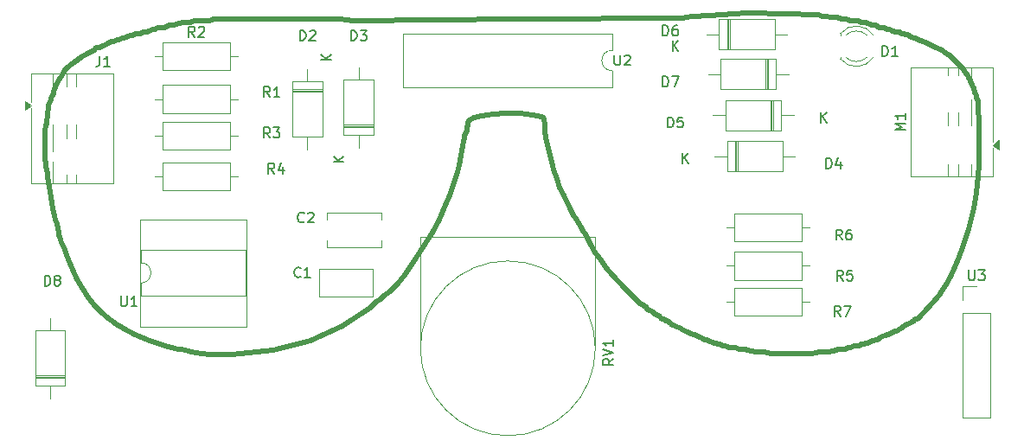
<source format=gbr>
%TF.GenerationSoftware,KiCad,Pcbnew,9.0.1*%
%TF.CreationDate,2025-06-19T22:00:47-04:00*%
%TF.ProjectId,fps555-v5.2,66707335-3535-42d7-9635-2e322e6b6963,rev?*%
%TF.SameCoordinates,Original*%
%TF.FileFunction,Legend,Top*%
%TF.FilePolarity,Positive*%
%FSLAX46Y46*%
G04 Gerber Fmt 4.6, Leading zero omitted, Abs format (unit mm)*
G04 Created by KiCad (PCBNEW 9.0.1) date 2025-06-19 22:00:47*
%MOMM*%
%LPD*%
G01*
G04 APERTURE LIST*
%ADD10C,0.500000*%
%ADD11C,0.150000*%
%ADD12C,0.120000*%
G04 APERTURE END LIST*
D10*
X129022968Y-55711672D02*
X132540823Y-55793954D01*
X132800140Y-55942805D01*
X132849675Y-55975191D01*
X133059576Y-56000378D01*
X133316978Y-56018370D01*
X133612641Y-56024365D01*
X133909026Y-56031325D01*
X134168467Y-56052793D01*
X134377890Y-56082899D01*
X134434501Y-56121041D01*
X134482599Y-56158586D01*
X134601223Y-56189289D01*
X134751394Y-56210640D01*
X134917996Y-56217716D01*
X135084598Y-56224795D01*
X135234769Y-56246144D01*
X135353398Y-56276849D01*
X135401496Y-56314392D01*
X135452712Y-56352173D01*
X135596517Y-56382759D01*
X135777879Y-56404110D01*
X135981544Y-56411067D01*
X136185328Y-56418146D01*
X136366685Y-56439492D01*
X136510496Y-56469961D01*
X136561712Y-56507740D01*
X136608014Y-56545286D01*
X136714285Y-56576110D01*
X136848742Y-56597461D01*
X136996875Y-56604538D01*
X137145007Y-56611617D01*
X137279459Y-56632844D01*
X137385735Y-56663671D01*
X137432033Y-56701213D01*
X137475814Y-56738515D01*
X137568404Y-56769461D01*
X137685357Y-56790813D01*
X137812613Y-56797889D01*
X137944316Y-56808566D01*
X138074576Y-56840469D01*
X138185049Y-56887247D01*
X138253893Y-56942904D01*
X138322738Y-56998555D01*
X138433092Y-57045335D01*
X138563471Y-57077239D01*
X138695168Y-57087913D01*
X138822310Y-57095109D01*
X138939252Y-57116341D01*
X139031972Y-57147284D01*
X139075748Y-57184589D01*
X139114736Y-57221771D01*
X139185620Y-57252959D01*
X139273302Y-57274188D01*
X139365778Y-57281384D01*
X139458373Y-57288460D01*
X139546055Y-57309689D01*
X139616944Y-57340877D01*
X139655926Y-57378059D01*
X139702338Y-57415483D01*
X139810051Y-57446307D01*
X139946433Y-57467658D01*
X140096719Y-57474735D01*
X140242812Y-57481694D01*
X140365871Y-57503162D01*
X140453673Y-57533987D01*
X140477787Y-57571410D01*
X140495291Y-57608471D01*
X140547949Y-57639658D01*
X140625198Y-57661009D01*
X140716590Y-57668086D01*
X140832095Y-57681398D01*
X140986344Y-57724938D01*
X141150316Y-57787430D01*
X141299647Y-57861434D01*
X141441653Y-57935563D01*
X141583669Y-57998052D01*
X141708045Y-58043032D01*
X141783136Y-58054907D01*
X141858217Y-58066780D01*
X141982604Y-58111641D01*
X142124620Y-58174252D01*
X142266636Y-58248256D01*
X142406722Y-58322263D01*
X142543104Y-58384874D01*
X142660529Y-58430572D01*
X142724341Y-58441607D01*
X142950309Y-58493425D01*
X143780813Y-58902435D01*
X144580718Y-59314803D01*
X144860433Y-59513910D01*
X144943794Y-59584557D01*
X145030039Y-59644408D01*
X145107879Y-59686989D01*
X145159334Y-59698626D01*
X145316820Y-59762676D01*
X146012135Y-60448759D01*
X146698703Y-61143714D01*
X146762754Y-61300962D01*
X146775465Y-61354216D01*
X146819604Y-61428822D01*
X146882213Y-61509184D01*
X146956214Y-61584151D01*
X147030226Y-61664277D01*
X147092710Y-61760109D01*
X147135781Y-61856663D01*
X147149571Y-61937507D01*
X147156647Y-62005755D01*
X147177991Y-62063567D01*
X147209305Y-62102311D01*
X147246244Y-62115987D01*
X147283193Y-62130617D01*
X147314497Y-62172718D01*
X147335851Y-62235329D01*
X147342917Y-62309335D01*
X147350118Y-62383342D01*
X147371347Y-62445953D01*
X147402662Y-62488051D01*
X147439600Y-62502687D01*
X147476538Y-62517322D01*
X147507967Y-62559539D01*
X147529197Y-62622150D01*
X147536273Y-62696157D01*
X147543464Y-62770161D01*
X147564693Y-62832656D01*
X147596122Y-62874873D01*
X147633070Y-62889508D01*
X147670133Y-62909417D01*
X147701313Y-62972988D01*
X147722667Y-63064865D01*
X147729743Y-63173895D01*
X147736820Y-63287123D01*
X147758174Y-63392193D01*
X147789115Y-63476034D01*
X147826416Y-63518015D01*
X147863594Y-63556157D01*
X147894670Y-63623806D01*
X147915899Y-63707166D01*
X147923100Y-63794488D01*
X147931847Y-63886126D01*
X147957994Y-63982441D01*
X147996375Y-64068800D01*
X148041957Y-64130091D01*
X148105644Y-64274027D01*
X148135631Y-65063021D01*
X148156507Y-66211730D01*
X148162857Y-68137916D01*
X148157950Y-70480671D01*
X148131553Y-71615943D01*
X148069910Y-72411656D01*
X147950191Y-73235555D01*
X147657776Y-74812584D01*
X147435522Y-75815920D01*
X147151013Y-76843365D01*
X146620375Y-78553653D01*
X146278539Y-79525083D01*
X145850208Y-80551682D01*
X145395865Y-81501525D01*
X144977734Y-82227906D01*
X144808979Y-82490942D01*
X144636976Y-82761298D01*
X144484771Y-83002633D01*
X144386531Y-83161194D01*
X144044684Y-83619381D01*
X143185045Y-84551351D01*
X142245760Y-85539336D01*
X142074961Y-85612139D01*
X142019304Y-85622339D01*
X141953095Y-85654245D01*
X141887612Y-85700423D01*
X141833159Y-85755234D01*
X141689099Y-85884177D01*
X141437212Y-86033980D01*
X141176941Y-86159202D01*
X141016092Y-86192307D01*
X140964762Y-86205510D01*
X140898304Y-86249162D01*
X140829221Y-86311651D01*
X140767930Y-86385658D01*
X140701835Y-86459665D01*
X140618838Y-86522279D01*
X140532478Y-86565100D01*
X140456433Y-86579134D01*
X140390587Y-86586205D01*
X140334930Y-86607434D01*
X140297629Y-86638863D01*
X140284430Y-86675807D01*
X140273515Y-86712631D01*
X140242688Y-86744060D01*
X140196639Y-86765289D01*
X140142300Y-86772485D01*
X140066006Y-86784360D01*
X139940799Y-86829340D01*
X139798181Y-86891829D01*
X139655926Y-86965836D01*
X139514751Y-87039843D01*
X139375370Y-87102451D01*
X139254350Y-87147670D01*
X139184421Y-87159301D01*
X139023817Y-87190606D01*
X138755618Y-87311512D01*
X138497858Y-87451489D01*
X138395069Y-87552125D01*
X138360522Y-87586906D01*
X138301389Y-87616047D01*
X138229183Y-87635963D01*
X138154460Y-87642682D01*
X138060423Y-87655392D01*
X137922843Y-87699537D01*
X137770757Y-87762026D01*
X137625384Y-87836033D01*
X137469091Y-87910154D01*
X137283662Y-87972648D01*
X137098943Y-88015589D01*
X136945534Y-88029498D01*
X136817080Y-88036455D01*
X136708651Y-88057928D01*
X136632481Y-88088869D01*
X136610053Y-88126176D01*
X136586064Y-88163597D01*
X136498148Y-88194424D01*
X136375084Y-88215897D01*
X136228990Y-88222849D01*
X136078699Y-88229931D01*
X135942318Y-88251279D01*
X135834734Y-88282106D01*
X135788193Y-88319527D01*
X135749210Y-88356710D01*
X135678322Y-88387889D01*
X135590650Y-88409119D01*
X135498174Y-88416200D01*
X135405568Y-88423396D01*
X135317891Y-88444625D01*
X135247003Y-88475815D01*
X135208025Y-88512998D01*
X135156810Y-88550777D01*
X135012993Y-88581241D01*
X134831642Y-88602594D01*
X134627977Y-88609666D01*
X134424183Y-88616628D01*
X134242831Y-88637976D01*
X134099015Y-88668565D01*
X134047799Y-88706349D01*
X133991069Y-88744486D01*
X133781645Y-88774592D01*
X133522209Y-88795946D01*
X133225825Y-88803017D01*
X132929559Y-88809979D01*
X132670124Y-88831447D01*
X132460695Y-88861558D01*
X132403959Y-88899695D01*
X132329475Y-88943601D01*
X131693890Y-88970703D01*
X130895178Y-88990370D01*
X129835952Y-88996368D01*
X128759086Y-88990614D01*
X127978854Y-88971305D01*
X127370609Y-88944794D01*
X127327673Y-88899695D01*
X127294813Y-88859753D01*
X127111537Y-88830254D01*
X126866487Y-88809621D01*
X126559784Y-88803017D01*
X126261251Y-88795946D01*
X126000005Y-88774592D01*
X125789025Y-88744486D01*
X125732175Y-88706349D01*
X125680959Y-88668565D01*
X125537138Y-88637976D01*
X125355787Y-88616628D01*
X125152122Y-88609666D01*
X124948332Y-88602594D01*
X124766981Y-88581241D01*
X124623165Y-88550777D01*
X124571949Y-88512998D01*
X124522170Y-88475214D01*
X124391070Y-88444625D01*
X124225314Y-88423282D01*
X124040118Y-88416200D01*
X123854922Y-88409243D01*
X123689156Y-88387889D01*
X123558055Y-88357187D01*
X123508282Y-88319527D01*
X123469299Y-88282345D01*
X123398410Y-88251279D01*
X123310739Y-88230045D01*
X123218263Y-88222849D01*
X123125657Y-88215653D01*
X123037975Y-88194424D01*
X122967097Y-88163364D01*
X122928114Y-88126176D01*
X122887088Y-88088869D01*
X122807685Y-88057928D01*
X122708496Y-88036580D01*
X122602220Y-88029498D01*
X122470523Y-88015107D01*
X122288093Y-87967009D01*
X122090664Y-87898164D01*
X121906900Y-87816718D01*
X121736942Y-87736833D01*
X121581499Y-87672544D01*
X121450995Y-87626007D01*
X121401818Y-87624570D01*
X121352641Y-87621930D01*
X121220343Y-87567715D01*
X121062856Y-87493709D01*
X120890734Y-87402192D01*
X120714898Y-87309115D01*
X120546376Y-87230548D01*
X120402441Y-87172494D01*
X120329513Y-87159301D01*
X120245317Y-87141906D01*
X119961524Y-87017166D01*
X119626759Y-86861002D01*
X119253856Y-86675807D01*
X118882267Y-86490492D01*
X118551937Y-86334328D01*
X118270670Y-86207658D01*
X118197981Y-86192307D01*
X118148804Y-86179000D01*
X118087394Y-86135457D01*
X118025024Y-86072962D01*
X117970924Y-85998961D01*
X117910479Y-85924954D01*
X117829032Y-85862346D01*
X117740157Y-85819768D01*
X117657632Y-85805491D01*
X117583864Y-85798414D01*
X117521618Y-85777180D01*
X117479637Y-85745761D01*
X117465007Y-85708812D01*
X117450128Y-85671874D01*
X117407311Y-85640569D01*
X117343738Y-85619335D01*
X117268652Y-85612139D01*
X117189494Y-85601582D01*
X117113925Y-85570641D01*
X117053356Y-85524820D01*
X117017968Y-85470850D01*
X116984625Y-85412672D01*
X116928973Y-85354857D01*
X116861203Y-85306043D01*
X116791035Y-85274614D01*
X116706113Y-85237676D01*
X116587609Y-85165827D01*
X116459746Y-85076469D01*
X116340759Y-84980989D01*
X116226821Y-84889598D01*
X116114428Y-84812349D01*
X116016194Y-84755862D01*
X115960179Y-84742062D01*
X115904527Y-84725751D01*
X115806054Y-84656782D01*
X115693423Y-84562988D01*
X115579599Y-84451799D01*
X115465525Y-84340735D01*
X115352780Y-84246931D01*
X115253829Y-84178205D01*
X115197695Y-84161775D01*
X115002066Y-84080090D01*
X113580962Y-82635235D01*
X112295877Y-81298939D01*
X111691959Y-80581072D01*
X111174996Y-79860326D01*
X110645920Y-79064255D01*
X110190249Y-78330435D01*
X109947487Y-77863848D01*
X109839894Y-77646751D01*
X109656503Y-77321101D01*
X109440839Y-76958865D01*
X109220863Y-76609112D01*
X108990568Y-76241719D01*
X108743604Y-75825513D01*
X108516666Y-75424658D01*
X108352103Y-75110406D01*
X108190539Y-74787391D01*
X107971761Y-74355834D01*
X107737026Y-73896209D01*
X107521127Y-73477243D01*
X107167052Y-72725789D01*
X106859275Y-71928037D01*
X106545142Y-70938376D01*
X106163239Y-69561297D01*
X105918070Y-68586505D01*
X105771619Y-67860244D01*
X105694374Y-67237130D01*
X105668585Y-66600948D01*
X105650593Y-66085905D01*
X105560758Y-65911625D01*
X105353493Y-65812556D01*
X104513521Y-65648470D01*
X103249307Y-65481386D01*
X101918525Y-65436167D01*
X100638239Y-65511253D01*
X99528632Y-65706762D01*
X98745277Y-65922302D01*
X98371290Y-66103182D01*
X98190173Y-66334670D01*
X98126599Y-66680231D01*
X98116529Y-66843834D01*
X98086299Y-67024112D01*
X98042164Y-67193474D01*
X97989501Y-67321933D01*
X97929653Y-67462388D01*
X97861524Y-67678410D01*
X97796996Y-67923097D01*
X97746257Y-68163223D01*
X97471942Y-69624985D01*
X97289029Y-70519892D01*
X97120269Y-71230081D01*
X96910965Y-71996767D01*
X96662082Y-72781923D01*
X96378169Y-73535172D01*
X95979355Y-74458390D01*
X95337176Y-75846265D01*
X94668003Y-77146344D01*
X93796727Y-78620339D01*
X92855284Y-80061111D01*
X91969733Y-81261036D01*
X91290369Y-82106169D01*
X90913261Y-82532326D01*
X90542396Y-82880171D01*
X89948547Y-83365818D01*
X89609466Y-83637254D01*
X89222885Y-83952948D01*
X88849620Y-84262764D01*
X88554076Y-84513687D01*
X85922253Y-86331205D01*
X82752483Y-87717404D01*
X79110010Y-88645774D01*
X75065483Y-89094006D01*
X73922055Y-89123152D01*
X72953383Y-89087884D01*
X72040367Y-88981499D01*
X71070135Y-88794628D01*
X70840561Y-88746047D01*
X70509154Y-88682479D01*
X70143565Y-88616270D01*
X69795725Y-88557018D01*
X68544227Y-88266511D01*
X67034125Y-87752070D01*
X65572122Y-87138072D01*
X64475290Y-86536431D01*
X64180839Y-86347640D01*
X63893811Y-86164722D01*
X63647397Y-86008559D01*
X63510757Y-85923393D01*
X62917069Y-85498548D01*
X62263383Y-84910469D01*
X61605621Y-84216944D01*
X60996998Y-83468976D01*
X60370924Y-82576108D01*
X59868992Y-81723062D01*
X59439615Y-80814724D01*
X59032968Y-79753453D01*
X58882665Y-79336287D01*
X58707882Y-78878457D01*
X58535894Y-78449058D01*
X58396915Y-78126889D01*
X58281708Y-77856891D01*
X58184396Y-77594212D01*
X58113401Y-77368478D01*
X58095998Y-77245175D01*
X58082480Y-77106158D01*
X58010442Y-76754485D01*
X57916285Y-76335757D01*
X57804749Y-75880687D01*
X57547983Y-74797710D01*
X57323328Y-73696617D01*
X57144323Y-72650584D01*
X57026189Y-71736849D01*
X56984377Y-71373897D01*
X56933760Y-71003148D01*
X56882100Y-70674380D01*
X56838896Y-70461237D01*
X56761052Y-69862118D01*
X56744944Y-68524857D01*
X56760668Y-67178480D01*
X56840755Y-66659842D01*
X56884859Y-66472369D01*
X56938594Y-66152473D01*
X56991453Y-65782087D01*
X57035569Y-65406896D01*
X57079421Y-65049345D01*
X57131621Y-64732572D01*
X57185500Y-64472171D01*
X57227204Y-64396489D01*
X57263775Y-64345029D01*
X57294481Y-64267308D01*
X57315436Y-64178189D01*
X57322464Y-64090631D01*
X57333463Y-64000910D01*
X57366352Y-63905555D01*
X57414677Y-63818957D01*
X57471903Y-63756104D01*
X57525386Y-63699133D01*
X57563073Y-63631001D01*
X57580033Y-63562515D01*
X57572428Y-63504583D01*
X57577574Y-63332103D01*
X57886047Y-62674085D01*
X58205843Y-62050255D01*
X58428604Y-61735640D01*
X58486345Y-61664992D01*
X58535151Y-61590508D01*
X58569634Y-61522621D01*
X58579458Y-61475841D01*
X58628516Y-61353021D01*
X58998555Y-60973753D01*
X59371559Y-60619078D01*
X59619148Y-60437844D01*
X59719505Y-60376792D01*
X59877869Y-60275317D01*
X60057042Y-60158133D01*
X60233575Y-60040107D01*
X60425871Y-59914762D01*
X60653453Y-59775390D01*
X60879632Y-59643449D01*
X61066470Y-59542096D01*
X61234068Y-59450100D01*
X61400167Y-59347788D01*
X61542901Y-59250152D01*
X61629357Y-59176504D01*
X61701587Y-59117374D01*
X61790550Y-59067237D01*
X61881888Y-59032931D01*
X61960775Y-59021780D01*
X62060964Y-59005344D01*
X62247527Y-58936616D01*
X62464807Y-58842823D01*
X62688874Y-58731753D01*
X62913051Y-58620686D01*
X63130582Y-58526887D01*
X63317467Y-58458159D01*
X63418184Y-58441607D01*
X63490654Y-58434531D01*
X63561349Y-58413179D01*
X63620087Y-58381995D01*
X63655806Y-58344932D01*
X63694788Y-58307749D01*
X63765663Y-58276684D01*
X63853331Y-58255454D01*
X63945881Y-58248256D01*
X64038417Y-58241060D01*
X64126096Y-58219831D01*
X64196971Y-58188765D01*
X64235953Y-58151583D01*
X64274948Y-58114401D01*
X64345811Y-58083332D01*
X64433491Y-58061981D01*
X64526027Y-58054907D01*
X64618564Y-58047709D01*
X64706244Y-58026480D01*
X64777131Y-57995292D01*
X64816112Y-57958232D01*
X64858094Y-57920928D01*
X64941815Y-57889862D01*
X65047005Y-57868633D01*
X65160233Y-57861434D01*
X65269143Y-57854480D01*
X65361020Y-57833129D01*
X65424591Y-57801944D01*
X65444622Y-57764761D01*
X65468730Y-57727335D01*
X65556530Y-57696511D01*
X65679593Y-57675160D01*
X65825685Y-57668086D01*
X65975975Y-57661009D01*
X66112352Y-57639658D01*
X66220062Y-57608951D01*
X66266481Y-57571410D01*
X66310620Y-57533987D01*
X66404777Y-57503162D01*
X66523641Y-57481811D01*
X66653301Y-57474735D01*
X66782841Y-57467658D01*
X66901826Y-57446307D01*
X66995983Y-57415363D01*
X67040002Y-57378059D01*
X67078985Y-57340877D01*
X67149872Y-57309689D01*
X67237551Y-57288460D01*
X67330148Y-57281384D01*
X67422625Y-57274188D01*
X67510305Y-57252959D01*
X67581192Y-57221771D01*
X67620173Y-57184589D01*
X67668751Y-57147048D01*
X67790614Y-57116341D01*
X67944744Y-57094992D01*
X68116263Y-57087913D01*
X68302177Y-57077841D01*
X68471779Y-57047732D01*
X68610075Y-57001673D01*
X68697634Y-56942904D01*
X68783875Y-56884848D01*
X68920611Y-56838669D01*
X69086495Y-56808081D01*
X69265212Y-56797889D01*
X69431335Y-56790813D01*
X69581145Y-56769461D01*
X69699289Y-56738756D01*
X69747387Y-56701213D01*
X69801244Y-56663191D01*
X69970844Y-56632844D01*
X70183507Y-56611495D01*
X70424234Y-56604538D01*
X70664964Y-56597461D01*
X70877624Y-56576110D01*
X71047345Y-56545766D01*
X71101081Y-56507740D01*
X71161055Y-56468999D01*
X71421453Y-56439256D01*
X71742424Y-56418024D01*
X72116411Y-56411067D01*
X72490277Y-56404232D01*
X72811249Y-56383003D01*
X73071648Y-56353252D01*
X73131620Y-56314392D01*
X73287069Y-56227672D01*
X79566880Y-56219275D01*
X85604881Y-56217600D01*
X86330185Y-56299878D01*
X86938064Y-56366567D01*
X103005700Y-56258499D01*
X119238624Y-56147429D01*
X119493381Y-56074022D01*
X119581779Y-56044157D01*
X120073797Y-55998098D01*
X120650727Y-55952281D01*
X121314261Y-55911021D01*
X122029487Y-55869877D01*
X122763790Y-55824897D01*
X123417850Y-55782320D01*
X123846767Y-55751013D01*
X125807857Y-55674848D01*
X129022968Y-55711672D01*
D11*
X82126053Y-76075351D02*
X82078434Y-76122971D01*
X82078434Y-76122971D02*
X81935577Y-76170590D01*
X81935577Y-76170590D02*
X81840339Y-76170590D01*
X81840339Y-76170590D02*
X81697482Y-76122971D01*
X81697482Y-76122971D02*
X81602244Y-76027732D01*
X81602244Y-76027732D02*
X81554625Y-75932494D01*
X81554625Y-75932494D02*
X81507006Y-75742018D01*
X81507006Y-75742018D02*
X81507006Y-75599161D01*
X81507006Y-75599161D02*
X81554625Y-75408685D01*
X81554625Y-75408685D02*
X81602244Y-75313447D01*
X81602244Y-75313447D02*
X81697482Y-75218209D01*
X81697482Y-75218209D02*
X81840339Y-75170590D01*
X81840339Y-75170590D02*
X81935577Y-75170590D01*
X81935577Y-75170590D02*
X82078434Y-75218209D01*
X82078434Y-75218209D02*
X82126053Y-75265828D01*
X82507006Y-75265828D02*
X82554625Y-75218209D01*
X82554625Y-75218209D02*
X82649863Y-75170590D01*
X82649863Y-75170590D02*
X82887958Y-75170590D01*
X82887958Y-75170590D02*
X82983196Y-75218209D01*
X82983196Y-75218209D02*
X83030815Y-75265828D01*
X83030815Y-75265828D02*
X83078434Y-75361066D01*
X83078434Y-75361066D02*
X83078434Y-75456304D01*
X83078434Y-75456304D02*
X83030815Y-75599161D01*
X83030815Y-75599161D02*
X82459387Y-76170590D01*
X82459387Y-76170590D02*
X83078434Y-76170590D01*
X117215805Y-57853819D02*
X117215805Y-56853819D01*
X117215805Y-56853819D02*
X117453900Y-56853819D01*
X117453900Y-56853819D02*
X117596757Y-56901438D01*
X117596757Y-56901438D02*
X117691995Y-56996676D01*
X117691995Y-56996676D02*
X117739614Y-57091914D01*
X117739614Y-57091914D02*
X117787233Y-57282390D01*
X117787233Y-57282390D02*
X117787233Y-57425247D01*
X117787233Y-57425247D02*
X117739614Y-57615723D01*
X117739614Y-57615723D02*
X117691995Y-57710961D01*
X117691995Y-57710961D02*
X117596757Y-57806200D01*
X117596757Y-57806200D02*
X117453900Y-57853819D01*
X117453900Y-57853819D02*
X117215805Y-57853819D01*
X118644376Y-56853819D02*
X118453900Y-56853819D01*
X118453900Y-56853819D02*
X118358662Y-56901438D01*
X118358662Y-56901438D02*
X118311043Y-56949057D01*
X118311043Y-56949057D02*
X118215805Y-57091914D01*
X118215805Y-57091914D02*
X118168186Y-57282390D01*
X118168186Y-57282390D02*
X118168186Y-57663342D01*
X118168186Y-57663342D02*
X118215805Y-57758580D01*
X118215805Y-57758580D02*
X118263424Y-57806200D01*
X118263424Y-57806200D02*
X118358662Y-57853819D01*
X118358662Y-57853819D02*
X118549138Y-57853819D01*
X118549138Y-57853819D02*
X118644376Y-57806200D01*
X118644376Y-57806200D02*
X118691995Y-57758580D01*
X118691995Y-57758580D02*
X118739614Y-57663342D01*
X118739614Y-57663342D02*
X118739614Y-57425247D01*
X118739614Y-57425247D02*
X118691995Y-57330009D01*
X118691995Y-57330009D02*
X118644376Y-57282390D01*
X118644376Y-57282390D02*
X118549138Y-57234771D01*
X118549138Y-57234771D02*
X118358662Y-57234771D01*
X118358662Y-57234771D02*
X118263424Y-57282390D01*
X118263424Y-57282390D02*
X118215805Y-57330009D01*
X118215805Y-57330009D02*
X118168186Y-57425247D01*
X118191995Y-59353819D02*
X118191995Y-58353819D01*
X118763423Y-59353819D02*
X118334852Y-58782390D01*
X118763423Y-58353819D02*
X118191995Y-58925247D01*
X64191995Y-83353819D02*
X64191995Y-84163342D01*
X64191995Y-84163342D02*
X64239614Y-84258580D01*
X64239614Y-84258580D02*
X64287233Y-84306200D01*
X64287233Y-84306200D02*
X64382471Y-84353819D01*
X64382471Y-84353819D02*
X64572947Y-84353819D01*
X64572947Y-84353819D02*
X64668185Y-84306200D01*
X64668185Y-84306200D02*
X64715804Y-84258580D01*
X64715804Y-84258580D02*
X64763423Y-84163342D01*
X64763423Y-84163342D02*
X64763423Y-83353819D01*
X65763423Y-84353819D02*
X65191995Y-84353819D01*
X65477709Y-84353819D02*
X65477709Y-83353819D01*
X65477709Y-83353819D02*
X65382471Y-83496676D01*
X65382471Y-83496676D02*
X65287233Y-83591914D01*
X65287233Y-83591914D02*
X65191995Y-83639533D01*
X117215805Y-62853819D02*
X117215805Y-61853819D01*
X117215805Y-61853819D02*
X117453900Y-61853819D01*
X117453900Y-61853819D02*
X117596757Y-61901438D01*
X117596757Y-61901438D02*
X117691995Y-61996676D01*
X117691995Y-61996676D02*
X117739614Y-62091914D01*
X117739614Y-62091914D02*
X117787233Y-62282390D01*
X117787233Y-62282390D02*
X117787233Y-62425247D01*
X117787233Y-62425247D02*
X117739614Y-62615723D01*
X117739614Y-62615723D02*
X117691995Y-62710961D01*
X117691995Y-62710961D02*
X117596757Y-62806200D01*
X117596757Y-62806200D02*
X117453900Y-62853819D01*
X117453900Y-62853819D02*
X117215805Y-62853819D01*
X118120567Y-61853819D02*
X118787233Y-61853819D01*
X118787233Y-61853819D02*
X118358662Y-62853819D01*
X134867233Y-81853819D02*
X134533900Y-81377628D01*
X134295805Y-81853819D02*
X134295805Y-80853819D01*
X134295805Y-80853819D02*
X134676757Y-80853819D01*
X134676757Y-80853819D02*
X134771995Y-80901438D01*
X134771995Y-80901438D02*
X134819614Y-80949057D01*
X134819614Y-80949057D02*
X134867233Y-81044295D01*
X134867233Y-81044295D02*
X134867233Y-81187152D01*
X134867233Y-81187152D02*
X134819614Y-81282390D01*
X134819614Y-81282390D02*
X134771995Y-81330009D01*
X134771995Y-81330009D02*
X134676757Y-81377628D01*
X134676757Y-81377628D02*
X134295805Y-81377628D01*
X135771995Y-80853819D02*
X135295805Y-80853819D01*
X135295805Y-80853819D02*
X135248186Y-81330009D01*
X135248186Y-81330009D02*
X135295805Y-81282390D01*
X135295805Y-81282390D02*
X135391043Y-81234771D01*
X135391043Y-81234771D02*
X135629138Y-81234771D01*
X135629138Y-81234771D02*
X135724376Y-81282390D01*
X135724376Y-81282390D02*
X135771995Y-81330009D01*
X135771995Y-81330009D02*
X135819614Y-81425247D01*
X135819614Y-81425247D02*
X135819614Y-81663342D01*
X135819614Y-81663342D02*
X135771995Y-81758580D01*
X135771995Y-81758580D02*
X135724376Y-81806200D01*
X135724376Y-81806200D02*
X135629138Y-81853819D01*
X135629138Y-81853819D02*
X135391043Y-81853819D01*
X135391043Y-81853819D02*
X135295805Y-81806200D01*
X135295805Y-81806200D02*
X135248186Y-81758580D01*
X138715805Y-59853819D02*
X138715805Y-58853819D01*
X138715805Y-58853819D02*
X138953900Y-58853819D01*
X138953900Y-58853819D02*
X139096757Y-58901438D01*
X139096757Y-58901438D02*
X139191995Y-58996676D01*
X139191995Y-58996676D02*
X139239614Y-59091914D01*
X139239614Y-59091914D02*
X139287233Y-59282390D01*
X139287233Y-59282390D02*
X139287233Y-59425247D01*
X139287233Y-59425247D02*
X139239614Y-59615723D01*
X139239614Y-59615723D02*
X139191995Y-59710961D01*
X139191995Y-59710961D02*
X139096757Y-59806200D01*
X139096757Y-59806200D02*
X138953900Y-59853819D01*
X138953900Y-59853819D02*
X138715805Y-59853819D01*
X140239614Y-59853819D02*
X139668186Y-59853819D01*
X139953900Y-59853819D02*
X139953900Y-58853819D01*
X139953900Y-58853819D02*
X139858662Y-58996676D01*
X139858662Y-58996676D02*
X139763424Y-59091914D01*
X139763424Y-59091914D02*
X139668186Y-59139533D01*
X81787233Y-81440683D02*
X81739614Y-81488303D01*
X81739614Y-81488303D02*
X81596757Y-81535922D01*
X81596757Y-81535922D02*
X81501519Y-81535922D01*
X81501519Y-81535922D02*
X81358662Y-81488303D01*
X81358662Y-81488303D02*
X81263424Y-81393064D01*
X81263424Y-81393064D02*
X81215805Y-81297826D01*
X81215805Y-81297826D02*
X81168186Y-81107350D01*
X81168186Y-81107350D02*
X81168186Y-80964493D01*
X81168186Y-80964493D02*
X81215805Y-80774017D01*
X81215805Y-80774017D02*
X81263424Y-80678779D01*
X81263424Y-80678779D02*
X81358662Y-80583541D01*
X81358662Y-80583541D02*
X81501519Y-80535922D01*
X81501519Y-80535922D02*
X81596757Y-80535922D01*
X81596757Y-80535922D02*
X81739614Y-80583541D01*
X81739614Y-80583541D02*
X81787233Y-80631160D01*
X82739614Y-81535922D02*
X82168186Y-81535922D01*
X82453900Y-81535922D02*
X82453900Y-80535922D01*
X82453900Y-80535922D02*
X82358662Y-80678779D01*
X82358662Y-80678779D02*
X82263424Y-80774017D01*
X82263424Y-80774017D02*
X82168186Y-80821636D01*
X140974386Y-67111298D02*
X139974386Y-67111298D01*
X139974386Y-67111298D02*
X140688671Y-66777965D01*
X140688671Y-66777965D02*
X139974386Y-66444632D01*
X139974386Y-66444632D02*
X140974386Y-66444632D01*
X140974386Y-65444632D02*
X140974386Y-66016060D01*
X140974386Y-65730346D02*
X139974386Y-65730346D01*
X139974386Y-65730346D02*
X140117243Y-65825584D01*
X140117243Y-65825584D02*
X140212481Y-65920822D01*
X140212481Y-65920822D02*
X140260100Y-66016060D01*
X147191995Y-80813819D02*
X147191995Y-81623342D01*
X147191995Y-81623342D02*
X147239614Y-81718580D01*
X147239614Y-81718580D02*
X147287233Y-81766200D01*
X147287233Y-81766200D02*
X147382471Y-81813819D01*
X147382471Y-81813819D02*
X147572947Y-81813819D01*
X147572947Y-81813819D02*
X147668185Y-81766200D01*
X147668185Y-81766200D02*
X147715804Y-81718580D01*
X147715804Y-81718580D02*
X147763423Y-81623342D01*
X147763423Y-81623342D02*
X147763423Y-80813819D01*
X148144376Y-80813819D02*
X148763423Y-80813819D01*
X148763423Y-80813819D02*
X148430090Y-81194771D01*
X148430090Y-81194771D02*
X148572947Y-81194771D01*
X148572947Y-81194771D02*
X148668185Y-81242390D01*
X148668185Y-81242390D02*
X148715804Y-81290009D01*
X148715804Y-81290009D02*
X148763423Y-81385247D01*
X148763423Y-81385247D02*
X148763423Y-81623342D01*
X148763423Y-81623342D02*
X148715804Y-81718580D01*
X148715804Y-81718580D02*
X148668185Y-81766200D01*
X148668185Y-81766200D02*
X148572947Y-81813819D01*
X148572947Y-81813819D02*
X148287233Y-81813819D01*
X148287233Y-81813819D02*
X148191995Y-81766200D01*
X148191995Y-81766200D02*
X148144376Y-81718580D01*
X79210522Y-71353819D02*
X78877189Y-70877628D01*
X78639094Y-71353819D02*
X78639094Y-70353819D01*
X78639094Y-70353819D02*
X79020046Y-70353819D01*
X79020046Y-70353819D02*
X79115284Y-70401438D01*
X79115284Y-70401438D02*
X79162903Y-70449057D01*
X79162903Y-70449057D02*
X79210522Y-70544295D01*
X79210522Y-70544295D02*
X79210522Y-70687152D01*
X79210522Y-70687152D02*
X79162903Y-70782390D01*
X79162903Y-70782390D02*
X79115284Y-70830009D01*
X79115284Y-70830009D02*
X79020046Y-70877628D01*
X79020046Y-70877628D02*
X78639094Y-70877628D01*
X80067665Y-70687152D02*
X80067665Y-71353819D01*
X79829570Y-70306200D02*
X79591475Y-71020485D01*
X79591475Y-71020485D02*
X80210522Y-71020485D01*
X71410441Y-57983819D02*
X71077108Y-57507628D01*
X70839013Y-57983819D02*
X70839013Y-56983819D01*
X70839013Y-56983819D02*
X71219965Y-56983819D01*
X71219965Y-56983819D02*
X71315203Y-57031438D01*
X71315203Y-57031438D02*
X71362822Y-57079057D01*
X71362822Y-57079057D02*
X71410441Y-57174295D01*
X71410441Y-57174295D02*
X71410441Y-57317152D01*
X71410441Y-57317152D02*
X71362822Y-57412390D01*
X71362822Y-57412390D02*
X71315203Y-57460009D01*
X71315203Y-57460009D02*
X71219965Y-57507628D01*
X71219965Y-57507628D02*
X70839013Y-57507628D01*
X71791394Y-57079057D02*
X71839013Y-57031438D01*
X71839013Y-57031438D02*
X71934251Y-56983819D01*
X71934251Y-56983819D02*
X72172346Y-56983819D01*
X72172346Y-56983819D02*
X72267584Y-57031438D01*
X72267584Y-57031438D02*
X72315203Y-57079057D01*
X72315203Y-57079057D02*
X72362822Y-57174295D01*
X72362822Y-57174295D02*
X72362822Y-57269533D01*
X72362822Y-57269533D02*
X72315203Y-57412390D01*
X72315203Y-57412390D02*
X71743775Y-57983819D01*
X71743775Y-57983819D02*
X72362822Y-57983819D01*
X81715805Y-58353819D02*
X81715805Y-57353819D01*
X81715805Y-57353819D02*
X81953900Y-57353819D01*
X81953900Y-57353819D02*
X82096757Y-57401438D01*
X82096757Y-57401438D02*
X82191995Y-57496676D01*
X82191995Y-57496676D02*
X82239614Y-57591914D01*
X82239614Y-57591914D02*
X82287233Y-57782390D01*
X82287233Y-57782390D02*
X82287233Y-57925247D01*
X82287233Y-57925247D02*
X82239614Y-58115723D01*
X82239614Y-58115723D02*
X82191995Y-58210961D01*
X82191995Y-58210961D02*
X82096757Y-58306200D01*
X82096757Y-58306200D02*
X81953900Y-58353819D01*
X81953900Y-58353819D02*
X81715805Y-58353819D01*
X82668186Y-57449057D02*
X82715805Y-57401438D01*
X82715805Y-57401438D02*
X82811043Y-57353819D01*
X82811043Y-57353819D02*
X83049138Y-57353819D01*
X83049138Y-57353819D02*
X83144376Y-57401438D01*
X83144376Y-57401438D02*
X83191995Y-57449057D01*
X83191995Y-57449057D02*
X83239614Y-57544295D01*
X83239614Y-57544295D02*
X83239614Y-57639533D01*
X83239614Y-57639533D02*
X83191995Y-57782390D01*
X83191995Y-57782390D02*
X82620567Y-58353819D01*
X82620567Y-58353819D02*
X83239614Y-58353819D01*
X84808719Y-60240904D02*
X83808719Y-60240904D01*
X84808719Y-59669476D02*
X84237290Y-60098047D01*
X83808719Y-59669476D02*
X84380147Y-60240904D01*
X112509674Y-59750479D02*
X112509674Y-60560002D01*
X112509674Y-60560002D02*
X112557293Y-60655240D01*
X112557293Y-60655240D02*
X112604912Y-60702860D01*
X112604912Y-60702860D02*
X112700150Y-60750479D01*
X112700150Y-60750479D02*
X112890626Y-60750479D01*
X112890626Y-60750479D02*
X112985864Y-60702860D01*
X112985864Y-60702860D02*
X113033483Y-60655240D01*
X113033483Y-60655240D02*
X113081102Y-60560002D01*
X113081102Y-60560002D02*
X113081102Y-59750479D01*
X113509674Y-59845717D02*
X113557293Y-59798098D01*
X113557293Y-59798098D02*
X113652531Y-59750479D01*
X113652531Y-59750479D02*
X113890626Y-59750479D01*
X113890626Y-59750479D02*
X113985864Y-59798098D01*
X113985864Y-59798098D02*
X114033483Y-59845717D01*
X114033483Y-59845717D02*
X114081102Y-59940955D01*
X114081102Y-59940955D02*
X114081102Y-60036193D01*
X114081102Y-60036193D02*
X114033483Y-60179050D01*
X114033483Y-60179050D02*
X113462055Y-60750479D01*
X113462055Y-60750479D02*
X114081102Y-60750479D01*
X56715805Y-82353819D02*
X56715805Y-81353819D01*
X56715805Y-81353819D02*
X56953900Y-81353819D01*
X56953900Y-81353819D02*
X57096757Y-81401438D01*
X57096757Y-81401438D02*
X57191995Y-81496676D01*
X57191995Y-81496676D02*
X57239614Y-81591914D01*
X57239614Y-81591914D02*
X57287233Y-81782390D01*
X57287233Y-81782390D02*
X57287233Y-81925247D01*
X57287233Y-81925247D02*
X57239614Y-82115723D01*
X57239614Y-82115723D02*
X57191995Y-82210961D01*
X57191995Y-82210961D02*
X57096757Y-82306200D01*
X57096757Y-82306200D02*
X56953900Y-82353819D01*
X56953900Y-82353819D02*
X56715805Y-82353819D01*
X57858662Y-81782390D02*
X57763424Y-81734771D01*
X57763424Y-81734771D02*
X57715805Y-81687152D01*
X57715805Y-81687152D02*
X57668186Y-81591914D01*
X57668186Y-81591914D02*
X57668186Y-81544295D01*
X57668186Y-81544295D02*
X57715805Y-81449057D01*
X57715805Y-81449057D02*
X57763424Y-81401438D01*
X57763424Y-81401438D02*
X57858662Y-81353819D01*
X57858662Y-81353819D02*
X58049138Y-81353819D01*
X58049138Y-81353819D02*
X58144376Y-81401438D01*
X58144376Y-81401438D02*
X58191995Y-81449057D01*
X58191995Y-81449057D02*
X58239614Y-81544295D01*
X58239614Y-81544295D02*
X58239614Y-81591914D01*
X58239614Y-81591914D02*
X58191995Y-81687152D01*
X58191995Y-81687152D02*
X58144376Y-81734771D01*
X58144376Y-81734771D02*
X58049138Y-81782390D01*
X58049138Y-81782390D02*
X57858662Y-81782390D01*
X57858662Y-81782390D02*
X57763424Y-81830009D01*
X57763424Y-81830009D02*
X57715805Y-81877628D01*
X57715805Y-81877628D02*
X57668186Y-81972866D01*
X57668186Y-81972866D02*
X57668186Y-82163342D01*
X57668186Y-82163342D02*
X57715805Y-82258580D01*
X57715805Y-82258580D02*
X57763424Y-82306200D01*
X57763424Y-82306200D02*
X57858662Y-82353819D01*
X57858662Y-82353819D02*
X58049138Y-82353819D01*
X58049138Y-82353819D02*
X58144376Y-82306200D01*
X58144376Y-82306200D02*
X58191995Y-82258580D01*
X58191995Y-82258580D02*
X58239614Y-82163342D01*
X58239614Y-82163342D02*
X58239614Y-81972866D01*
X58239614Y-81972866D02*
X58191995Y-81877628D01*
X58191995Y-81877628D02*
X58144376Y-81830009D01*
X58144376Y-81830009D02*
X58049138Y-81782390D01*
X133215805Y-70853819D02*
X133215805Y-69853819D01*
X133215805Y-69853819D02*
X133453900Y-69853819D01*
X133453900Y-69853819D02*
X133596757Y-69901438D01*
X133596757Y-69901438D02*
X133691995Y-69996676D01*
X133691995Y-69996676D02*
X133739614Y-70091914D01*
X133739614Y-70091914D02*
X133787233Y-70282390D01*
X133787233Y-70282390D02*
X133787233Y-70425247D01*
X133787233Y-70425247D02*
X133739614Y-70615723D01*
X133739614Y-70615723D02*
X133691995Y-70710961D01*
X133691995Y-70710961D02*
X133596757Y-70806200D01*
X133596757Y-70806200D02*
X133453900Y-70853819D01*
X133453900Y-70853819D02*
X133215805Y-70853819D01*
X134644376Y-70187152D02*
X134644376Y-70853819D01*
X134406281Y-69806200D02*
X134168186Y-70520485D01*
X134168186Y-70520485D02*
X134787233Y-70520485D01*
X119191995Y-70353819D02*
X119191995Y-69353819D01*
X119763423Y-70353819D02*
X119334852Y-69782390D01*
X119763423Y-69353819D02*
X119191995Y-69925247D01*
X134787233Y-77853819D02*
X134453900Y-77377628D01*
X134215805Y-77853819D02*
X134215805Y-76853819D01*
X134215805Y-76853819D02*
X134596757Y-76853819D01*
X134596757Y-76853819D02*
X134691995Y-76901438D01*
X134691995Y-76901438D02*
X134739614Y-76949057D01*
X134739614Y-76949057D02*
X134787233Y-77044295D01*
X134787233Y-77044295D02*
X134787233Y-77187152D01*
X134787233Y-77187152D02*
X134739614Y-77282390D01*
X134739614Y-77282390D02*
X134691995Y-77330009D01*
X134691995Y-77330009D02*
X134596757Y-77377628D01*
X134596757Y-77377628D02*
X134215805Y-77377628D01*
X135644376Y-76853819D02*
X135453900Y-76853819D01*
X135453900Y-76853819D02*
X135358662Y-76901438D01*
X135358662Y-76901438D02*
X135311043Y-76949057D01*
X135311043Y-76949057D02*
X135215805Y-77091914D01*
X135215805Y-77091914D02*
X135168186Y-77282390D01*
X135168186Y-77282390D02*
X135168186Y-77663342D01*
X135168186Y-77663342D02*
X135215805Y-77758580D01*
X135215805Y-77758580D02*
X135263424Y-77806200D01*
X135263424Y-77806200D02*
X135358662Y-77853819D01*
X135358662Y-77853819D02*
X135549138Y-77853819D01*
X135549138Y-77853819D02*
X135644376Y-77806200D01*
X135644376Y-77806200D02*
X135691995Y-77758580D01*
X135691995Y-77758580D02*
X135739614Y-77663342D01*
X135739614Y-77663342D02*
X135739614Y-77425247D01*
X135739614Y-77425247D02*
X135691995Y-77330009D01*
X135691995Y-77330009D02*
X135644376Y-77282390D01*
X135644376Y-77282390D02*
X135549138Y-77234771D01*
X135549138Y-77234771D02*
X135358662Y-77234771D01*
X135358662Y-77234771D02*
X135263424Y-77282390D01*
X135263424Y-77282390D02*
X135215805Y-77330009D01*
X135215805Y-77330009D02*
X135168186Y-77425247D01*
X78787233Y-63853819D02*
X78453900Y-63377628D01*
X78215805Y-63853819D02*
X78215805Y-62853819D01*
X78215805Y-62853819D02*
X78596757Y-62853819D01*
X78596757Y-62853819D02*
X78691995Y-62901438D01*
X78691995Y-62901438D02*
X78739614Y-62949057D01*
X78739614Y-62949057D02*
X78787233Y-63044295D01*
X78787233Y-63044295D02*
X78787233Y-63187152D01*
X78787233Y-63187152D02*
X78739614Y-63282390D01*
X78739614Y-63282390D02*
X78691995Y-63330009D01*
X78691995Y-63330009D02*
X78596757Y-63377628D01*
X78596757Y-63377628D02*
X78215805Y-63377628D01*
X79739614Y-63853819D02*
X79168186Y-63853819D01*
X79453900Y-63853819D02*
X79453900Y-62853819D01*
X79453900Y-62853819D02*
X79358662Y-62996676D01*
X79358662Y-62996676D02*
X79263424Y-63091914D01*
X79263424Y-63091914D02*
X79168186Y-63139533D01*
X134627215Y-85321057D02*
X134293882Y-84844866D01*
X134055787Y-85321057D02*
X134055787Y-84321057D01*
X134055787Y-84321057D02*
X134436739Y-84321057D01*
X134436739Y-84321057D02*
X134531977Y-84368676D01*
X134531977Y-84368676D02*
X134579596Y-84416295D01*
X134579596Y-84416295D02*
X134627215Y-84511533D01*
X134627215Y-84511533D02*
X134627215Y-84654390D01*
X134627215Y-84654390D02*
X134579596Y-84749628D01*
X134579596Y-84749628D02*
X134531977Y-84797247D01*
X134531977Y-84797247D02*
X134436739Y-84844866D01*
X134436739Y-84844866D02*
X134055787Y-84844866D01*
X134960549Y-84321057D02*
X135627215Y-84321057D01*
X135627215Y-84321057D02*
X135198644Y-85321057D01*
X117715805Y-66853819D02*
X117715805Y-65853819D01*
X117715805Y-65853819D02*
X117953900Y-65853819D01*
X117953900Y-65853819D02*
X118096757Y-65901438D01*
X118096757Y-65901438D02*
X118191995Y-65996676D01*
X118191995Y-65996676D02*
X118239614Y-66091914D01*
X118239614Y-66091914D02*
X118287233Y-66282390D01*
X118287233Y-66282390D02*
X118287233Y-66425247D01*
X118287233Y-66425247D02*
X118239614Y-66615723D01*
X118239614Y-66615723D02*
X118191995Y-66710961D01*
X118191995Y-66710961D02*
X118096757Y-66806200D01*
X118096757Y-66806200D02*
X117953900Y-66853819D01*
X117953900Y-66853819D02*
X117715805Y-66853819D01*
X119191995Y-65853819D02*
X118715805Y-65853819D01*
X118715805Y-65853819D02*
X118668186Y-66330009D01*
X118668186Y-66330009D02*
X118715805Y-66282390D01*
X118715805Y-66282390D02*
X118811043Y-66234771D01*
X118811043Y-66234771D02*
X119049138Y-66234771D01*
X119049138Y-66234771D02*
X119144376Y-66282390D01*
X119144376Y-66282390D02*
X119191995Y-66330009D01*
X119191995Y-66330009D02*
X119239614Y-66425247D01*
X119239614Y-66425247D02*
X119239614Y-66663342D01*
X119239614Y-66663342D02*
X119191995Y-66758580D01*
X119191995Y-66758580D02*
X119144376Y-66806200D01*
X119144376Y-66806200D02*
X119049138Y-66853819D01*
X119049138Y-66853819D02*
X118811043Y-66853819D01*
X118811043Y-66853819D02*
X118715805Y-66806200D01*
X118715805Y-66806200D02*
X118668186Y-66758580D01*
X132691995Y-66353819D02*
X132691995Y-65353819D01*
X133263423Y-66353819D02*
X132834852Y-65782390D01*
X133263423Y-65353819D02*
X132691995Y-65925247D01*
X62120566Y-59853819D02*
X62120566Y-60568104D01*
X62120566Y-60568104D02*
X62072947Y-60710961D01*
X62072947Y-60710961D02*
X61977709Y-60806200D01*
X61977709Y-60806200D02*
X61834852Y-60853819D01*
X61834852Y-60853819D02*
X61739614Y-60853819D01*
X63120566Y-60853819D02*
X62549138Y-60853819D01*
X62834852Y-60853819D02*
X62834852Y-59853819D01*
X62834852Y-59853819D02*
X62739614Y-59996676D01*
X62739614Y-59996676D02*
X62644376Y-60091914D01*
X62644376Y-60091914D02*
X62549138Y-60139533D01*
X78787233Y-67853819D02*
X78453900Y-67377628D01*
X78215805Y-67853819D02*
X78215805Y-66853819D01*
X78215805Y-66853819D02*
X78596757Y-66853819D01*
X78596757Y-66853819D02*
X78691995Y-66901438D01*
X78691995Y-66901438D02*
X78739614Y-66949057D01*
X78739614Y-66949057D02*
X78787233Y-67044295D01*
X78787233Y-67044295D02*
X78787233Y-67187152D01*
X78787233Y-67187152D02*
X78739614Y-67282390D01*
X78739614Y-67282390D02*
X78691995Y-67330009D01*
X78691995Y-67330009D02*
X78596757Y-67377628D01*
X78596757Y-67377628D02*
X78215805Y-67377628D01*
X79120567Y-66853819D02*
X79739614Y-66853819D01*
X79739614Y-66853819D02*
X79406281Y-67234771D01*
X79406281Y-67234771D02*
X79549138Y-67234771D01*
X79549138Y-67234771D02*
X79644376Y-67282390D01*
X79644376Y-67282390D02*
X79691995Y-67330009D01*
X79691995Y-67330009D02*
X79739614Y-67425247D01*
X79739614Y-67425247D02*
X79739614Y-67663342D01*
X79739614Y-67663342D02*
X79691995Y-67758580D01*
X79691995Y-67758580D02*
X79644376Y-67806200D01*
X79644376Y-67806200D02*
X79549138Y-67853819D01*
X79549138Y-67853819D02*
X79263424Y-67853819D01*
X79263424Y-67853819D02*
X79168186Y-67806200D01*
X79168186Y-67806200D02*
X79120567Y-67758580D01*
X112408719Y-89494238D02*
X111932528Y-89827571D01*
X112408719Y-90065666D02*
X111408719Y-90065666D01*
X111408719Y-90065666D02*
X111408719Y-89684714D01*
X111408719Y-89684714D02*
X111456338Y-89589476D01*
X111456338Y-89589476D02*
X111503957Y-89541857D01*
X111503957Y-89541857D02*
X111599195Y-89494238D01*
X111599195Y-89494238D02*
X111742052Y-89494238D01*
X111742052Y-89494238D02*
X111837290Y-89541857D01*
X111837290Y-89541857D02*
X111884909Y-89589476D01*
X111884909Y-89589476D02*
X111932528Y-89684714D01*
X111932528Y-89684714D02*
X111932528Y-90065666D01*
X111408719Y-89208523D02*
X112408719Y-88875190D01*
X112408719Y-88875190D02*
X111408719Y-88541857D01*
X112408719Y-87684714D02*
X112408719Y-88256142D01*
X112408719Y-87970428D02*
X111408719Y-87970428D01*
X111408719Y-87970428D02*
X111551576Y-88065666D01*
X111551576Y-88065666D02*
X111646814Y-88160904D01*
X111646814Y-88160904D02*
X111694433Y-88256142D01*
X86715805Y-58353819D02*
X86715805Y-57353819D01*
X86715805Y-57353819D02*
X86953900Y-57353819D01*
X86953900Y-57353819D02*
X87096757Y-57401438D01*
X87096757Y-57401438D02*
X87191995Y-57496676D01*
X87191995Y-57496676D02*
X87239614Y-57591914D01*
X87239614Y-57591914D02*
X87287233Y-57782390D01*
X87287233Y-57782390D02*
X87287233Y-57925247D01*
X87287233Y-57925247D02*
X87239614Y-58115723D01*
X87239614Y-58115723D02*
X87191995Y-58210961D01*
X87191995Y-58210961D02*
X87096757Y-58306200D01*
X87096757Y-58306200D02*
X86953900Y-58353819D01*
X86953900Y-58353819D02*
X86715805Y-58353819D01*
X87620567Y-57353819D02*
X88239614Y-57353819D01*
X88239614Y-57353819D02*
X87906281Y-57734771D01*
X87906281Y-57734771D02*
X88049138Y-57734771D01*
X88049138Y-57734771D02*
X88144376Y-57782390D01*
X88144376Y-57782390D02*
X88191995Y-57830009D01*
X88191995Y-57830009D02*
X88239614Y-57925247D01*
X88239614Y-57925247D02*
X88239614Y-58163342D01*
X88239614Y-58163342D02*
X88191995Y-58258580D01*
X88191995Y-58258580D02*
X88144376Y-58306200D01*
X88144376Y-58306200D02*
X88049138Y-58353819D01*
X88049138Y-58353819D02*
X87763424Y-58353819D01*
X87763424Y-58353819D02*
X87668186Y-58306200D01*
X87668186Y-58306200D02*
X87620567Y-58258580D01*
X86008719Y-70240904D02*
X85008719Y-70240904D01*
X86008719Y-69669476D02*
X85437290Y-70098047D01*
X85008719Y-69669476D02*
X85580147Y-70240904D01*
D12*
%TO.C,C2*%
X84333900Y-75873000D02*
X84333900Y-75179000D01*
X84333900Y-78619000D02*
X84333900Y-77925000D01*
X89673900Y-75179000D02*
X84333900Y-75179000D01*
X89673900Y-75873000D02*
X89673900Y-75179000D01*
X89673900Y-78619000D02*
X84333900Y-78619000D01*
X89673900Y-78619000D02*
X89673900Y-77925000D01*
%TO.C,D6*%
X121534639Y-57737081D02*
X122754639Y-57737081D01*
X122754639Y-56267081D02*
X122754639Y-59207081D01*
X122754639Y-59207081D02*
X128194639Y-59207081D01*
X123534639Y-56267081D02*
X123534639Y-59207081D01*
X123654639Y-56267081D02*
X123654639Y-59207081D01*
X123774639Y-56267081D02*
X123774639Y-59207081D01*
X128194639Y-56267081D02*
X122754639Y-56267081D01*
X128194639Y-59207081D02*
X128194639Y-56267081D01*
X129414639Y-57737081D02*
X128194639Y-57737081D01*
%TO.C,U1*%
X66123900Y-78839000D02*
X66123900Y-80089000D01*
X66123900Y-82089000D02*
X66123900Y-83339000D01*
X66123900Y-83339000D02*
X76403900Y-83339000D01*
X76403900Y-78839000D02*
X66123900Y-78839000D01*
X76403900Y-83339000D02*
X76403900Y-78839000D01*
X66063900Y-86339000D02*
X76463900Y-86339000D01*
X76463900Y-75839000D01*
X66063900Y-75839000D01*
X66063900Y-86339000D01*
X66123900Y-80089000D02*
G75*
G02*
X66123900Y-82089000I0J-1000000D01*
G01*
%TO.C,D7*%
X121681552Y-61617072D02*
X122901552Y-61617072D01*
X122901552Y-60147072D02*
X122901552Y-63087072D01*
X122901552Y-63087072D02*
X128341552Y-63087072D01*
X127321552Y-63087072D02*
X127321552Y-60147072D01*
X127441552Y-63087072D02*
X127441552Y-60147072D01*
X127561552Y-63087072D02*
X127561552Y-60147072D01*
X128341552Y-60147072D02*
X122901552Y-60147072D01*
X128341552Y-63087072D02*
X128341552Y-60147072D01*
X129561552Y-61617072D02*
X128341552Y-61617072D01*
%TO.C,R5*%
X123493900Y-80399000D02*
X124263900Y-80399000D01*
X124263900Y-79029000D02*
X124263900Y-81769000D01*
X124263900Y-81769000D02*
X130803900Y-81769000D01*
X130803900Y-79029000D02*
X124263900Y-79029000D01*
X130803900Y-81769000D02*
X130803900Y-79029000D01*
X131573900Y-80399000D02*
X130803900Y-80399000D01*
%TO.C,D1*%
X134623900Y-57663000D02*
X134623900Y-57819000D01*
X134623900Y-59979000D02*
X134623900Y-60135000D01*
X134623900Y-57663484D02*
G75*
G02*
X137855297Y-57818939I1560000J-1235516D01*
G01*
X135142939Y-57819000D02*
G75*
G02*
X137224810Y-57818951I1040961J-1080000D01*
G01*
X137224810Y-59979049D02*
G75*
G02*
X135142939Y-59979000I-1040910J1080049D01*
G01*
X137855297Y-59979061D02*
G75*
G02*
X134623900Y-60134516I-1671397J1080061D01*
G01*
%TO.C,C1*%
X83583900Y-80662326D02*
X83583900Y-83402326D01*
X83583900Y-80662326D02*
X88823900Y-80662326D01*
X83583900Y-83402326D02*
X88823900Y-83402326D01*
X88823900Y-80662326D02*
X88823900Y-83402326D01*
%TO.C,M1*%
X141519567Y-60931775D02*
X149559567Y-60931775D01*
X141519567Y-71671775D02*
X141519567Y-60931775D01*
X141519567Y-71671775D02*
X149559567Y-71671775D01*
X145139567Y-61739775D02*
X145139567Y-60931775D01*
X145139567Y-66671775D02*
X145139567Y-65363775D01*
X145139567Y-71671775D02*
X145139567Y-70431775D01*
X146139567Y-61739775D02*
X146139567Y-60931775D01*
X146139567Y-66671775D02*
X146139567Y-65363775D01*
X146139567Y-71671775D02*
X146139567Y-70431775D01*
X147439567Y-63008775D02*
X147439567Y-60931775D01*
X147439567Y-66671775D02*
X147439567Y-64094775D01*
X147439567Y-71671775D02*
X147439567Y-70431775D01*
X149559567Y-68251775D02*
X149559567Y-60931775D01*
X149559567Y-71671775D02*
X149559567Y-68851775D01*
X150169567Y-68991775D02*
X149559567Y-68551775D01*
X150169567Y-68111775D01*
X150169567Y-68991775D01*
G36*
X150169567Y-68991775D02*
G01*
X149559567Y-68551775D01*
X150169567Y-68111775D01*
X150169567Y-68991775D01*
G37*
%TO.C,U3*%
X146573900Y-82359000D02*
X147953900Y-82359000D01*
X146573900Y-83739000D02*
X146573900Y-82359000D01*
X146573900Y-85009000D02*
X146573900Y-95279000D01*
X146573900Y-85009000D02*
X149333900Y-85009000D01*
X146573900Y-95279000D02*
X149333900Y-95279000D01*
X149333900Y-85009000D02*
X149333900Y-95279000D01*
%TO.C,R4*%
X67537108Y-71666498D02*
X68307108Y-71666498D01*
X68307108Y-70296498D02*
X68307108Y-73036498D01*
X68307108Y-73036498D02*
X74847108Y-73036498D01*
X74847108Y-70296498D02*
X68307108Y-70296498D01*
X74847108Y-73036498D02*
X74847108Y-70296498D01*
X75617108Y-71666498D02*
X74847108Y-71666498D01*
%TO.C,R2*%
X67537108Y-59899000D02*
X68307108Y-59899000D01*
X68307108Y-58529000D02*
X68307108Y-61269000D01*
X68307108Y-61269000D02*
X74847108Y-61269000D01*
X74847108Y-58529000D02*
X68307108Y-58529000D01*
X74847108Y-61269000D02*
X74847108Y-58529000D01*
X75617108Y-59899000D02*
X74847108Y-59899000D01*
%TO.C,D2*%
X80983900Y-62339000D02*
X80983900Y-67779000D01*
X80983900Y-67779000D02*
X83923900Y-67779000D01*
X82453900Y-61119000D02*
X82453900Y-62339000D01*
X82453900Y-68999000D02*
X82453900Y-67779000D01*
X83923900Y-62339000D02*
X80983900Y-62339000D01*
X83923900Y-63119000D02*
X80983900Y-63119000D01*
X83923900Y-63239000D02*
X80983900Y-63239000D01*
X83923900Y-63359000D02*
X80983900Y-63359000D01*
X83923900Y-67779000D02*
X83923900Y-62339000D01*
%TO.C,U2*%
X91831579Y-57645660D02*
X91831579Y-62945660D01*
X91831579Y-62945660D02*
X112271579Y-62945660D01*
X112271579Y-57645660D02*
X91831579Y-57645660D01*
X112271579Y-59295660D02*
X112271579Y-57645660D01*
X112271579Y-62945660D02*
X112271579Y-61295660D01*
X112271579Y-61295660D02*
G75*
G02*
X112271579Y-59295660I0J1000000D01*
G01*
%TO.C,D8*%
X58729245Y-92159000D02*
X58729245Y-86719000D01*
X58729245Y-86719000D02*
X55789245Y-86719000D01*
X57259245Y-93379000D02*
X57259245Y-92159000D01*
X57259245Y-85499000D02*
X57259245Y-86719000D01*
X55789245Y-92159000D02*
X58729245Y-92159000D01*
X55789245Y-91379000D02*
X58729245Y-91379000D01*
X55789245Y-91259000D02*
X58729245Y-91259000D01*
X55789245Y-91139000D02*
X58729245Y-91139000D01*
X55789245Y-86719000D02*
X55789245Y-92159000D01*
%TO.C,D4*%
X122298586Y-69666418D02*
X123518586Y-69666418D01*
X123518586Y-68196418D02*
X123518586Y-71136418D01*
X123518586Y-71136418D02*
X128958586Y-71136418D01*
X124298586Y-68196418D02*
X124298586Y-71136418D01*
X124418586Y-68196418D02*
X124418586Y-71136418D01*
X124538586Y-68196418D02*
X124538586Y-71136418D01*
X128958586Y-68196418D02*
X123518586Y-68196418D01*
X128958586Y-71136418D02*
X128958586Y-68196418D01*
X130178586Y-69666418D02*
X128958586Y-69666418D01*
%TO.C,R6*%
X123493900Y-76659568D02*
X124263900Y-76659568D01*
X124263900Y-75289568D02*
X124263900Y-78029568D01*
X124263900Y-78029568D02*
X130803900Y-78029568D01*
X130803900Y-75289568D02*
X124263900Y-75289568D01*
X130803900Y-78029568D02*
X130803900Y-75289568D01*
X131573900Y-76659568D02*
X130803900Y-76659568D01*
%TO.C,R1*%
X67537108Y-64070328D02*
X68307108Y-64070328D01*
X68307108Y-62700328D02*
X68307108Y-65440328D01*
X68307108Y-65440328D02*
X74847108Y-65440328D01*
X74847108Y-62700328D02*
X68307108Y-62700328D01*
X74847108Y-65440328D02*
X74847108Y-62700328D01*
X75617108Y-64070328D02*
X74847108Y-64070328D01*
%TO.C,R7*%
X123493900Y-83899000D02*
X124263900Y-83899000D01*
X124263900Y-82529000D02*
X124263900Y-85269000D01*
X124263900Y-85269000D02*
X130803900Y-85269000D01*
X130803900Y-82529000D02*
X124263900Y-82529000D01*
X130803900Y-85269000D02*
X130803900Y-82529000D01*
X131573900Y-83899000D02*
X130803900Y-83899000D01*
%TO.C,D5*%
X122158053Y-65670384D02*
X123378053Y-65670384D01*
X123378053Y-64200384D02*
X123378053Y-67140384D01*
X123378053Y-67140384D02*
X128818053Y-67140384D01*
X127798053Y-67140384D02*
X127798053Y-64200384D01*
X127918053Y-67140384D02*
X127918053Y-64200384D01*
X128038053Y-67140384D02*
X128038053Y-64200384D01*
X128818053Y-64200384D02*
X123378053Y-64200384D01*
X128818053Y-67140384D02*
X128818053Y-64200384D01*
X130038053Y-65670384D02*
X128818053Y-65670384D01*
%TO.C,J1*%
X55412944Y-61573835D02*
X55412944Y-64393835D01*
X55412944Y-64993835D02*
X55412944Y-72313835D01*
X57532944Y-61573835D02*
X57532944Y-62813835D01*
X57532944Y-66573835D02*
X57532944Y-69150835D01*
X57532944Y-70236835D02*
X57532944Y-72313835D01*
X58832944Y-61573835D02*
X58832944Y-62813835D01*
X58832944Y-66573835D02*
X58832944Y-67881835D01*
X58832944Y-71505835D02*
X58832944Y-72313835D01*
X59832944Y-61573835D02*
X59832944Y-62813835D01*
X59832944Y-66573835D02*
X59832944Y-67881835D01*
X59832944Y-71505835D02*
X59832944Y-72313835D01*
X63452944Y-61573835D02*
X55412944Y-61573835D01*
X63452944Y-61573835D02*
X63452944Y-72313835D01*
X63452944Y-72313835D02*
X55412944Y-72313835D01*
X55412944Y-64693835D02*
X54802944Y-65133835D01*
X54802944Y-64253835D01*
X55412944Y-64693835D01*
G36*
X55412944Y-64693835D02*
G01*
X54802944Y-65133835D01*
X54802944Y-64253835D01*
X55412944Y-64693835D01*
G37*
%TO.C,R3*%
X67537108Y-67666498D02*
X68307108Y-67666498D01*
X68307108Y-66296498D02*
X68307108Y-69036498D01*
X68307108Y-69036498D02*
X74847108Y-69036498D01*
X74847108Y-66296498D02*
X68307108Y-66296498D01*
X74847108Y-69036498D02*
X74847108Y-66296498D01*
X75617108Y-67666498D02*
X74847108Y-67666498D01*
%TO.C,RV1*%
X93514328Y-88480214D02*
X93514328Y-77570214D01*
X110634328Y-77570214D02*
X93514328Y-77570214D01*
X110634328Y-88480214D02*
X110634328Y-77570214D01*
X110634328Y-88480214D02*
G75*
G02*
X93514328Y-88480214I-8560000J0D01*
G01*
X93514328Y-88480214D02*
G75*
G02*
X110634328Y-88480214I8560000J0D01*
G01*
%TO.C,D3*%
X85983900Y-62179000D02*
X85983900Y-67619000D01*
X85983900Y-66599000D02*
X88923900Y-66599000D01*
X85983900Y-66719000D02*
X88923900Y-66719000D01*
X85983900Y-66839000D02*
X88923900Y-66839000D01*
X85983900Y-67619000D02*
X88923900Y-67619000D01*
X87453900Y-60959000D02*
X87453900Y-62179000D01*
X87453900Y-68839000D02*
X87453900Y-67619000D01*
X88923900Y-62179000D02*
X85983900Y-62179000D01*
X88923900Y-67619000D02*
X88923900Y-62179000D01*
%TD*%
M02*

</source>
